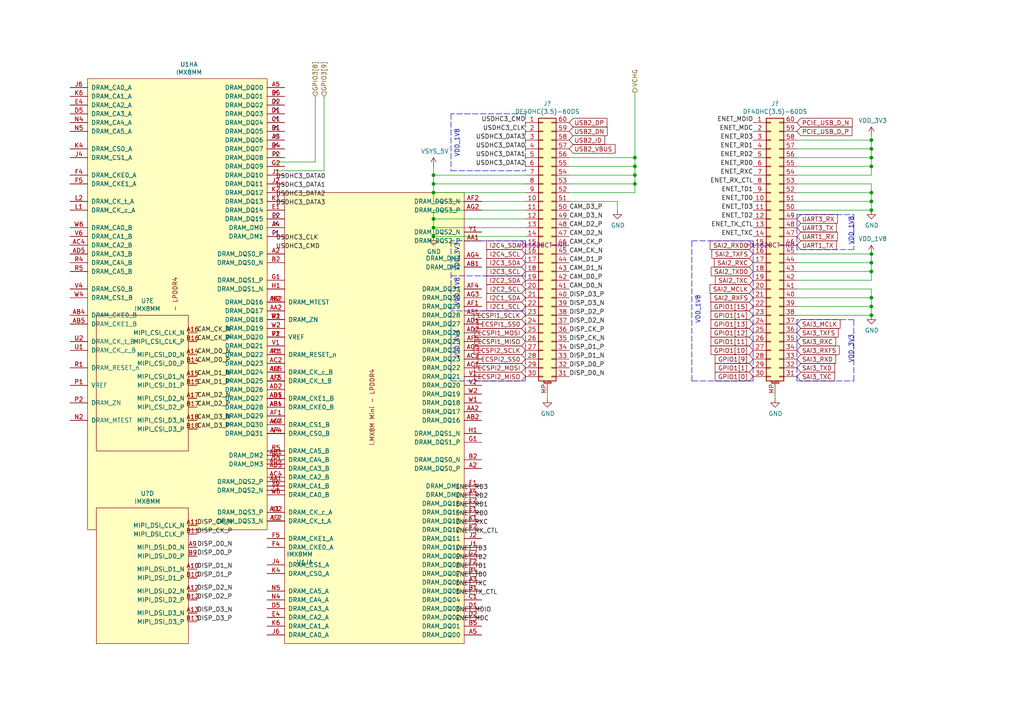
<source format=kicad_sch>
(kicad_sch (version 20231120) (generator "eeschema") (generator_version "8.0")
  (paper "A4")
  (title_block (title "kimχ micro") (date "2020-09-27") (rev "0.91") (company "GroupGets, LLC") (comment 2 "https://www.ohwr.org/project/cernohl/wikis/Documents/CERN-OHL-version-2") (comment 3 "Licensed CERN-OHL-S V.2") (comment 4 "Copyright © 2020 GroupGets, LLC"))
  (junction (at 252.73 76.2))
  (junction (at 184.15 50.8))
  (junction (at 125.73 63.5))
  (junction (at 125.73 55.88))
  (junction (at 252.73 60.96))
  (junction (at 252.73 58.42))
  (junction (at 252.73 86.36))
  (junction (at 184.15 53.34))
  (junction (at 125.73 66.04))
  (junction (at 184.15 48.26))
  (junction (at 252.73 88.9))
  (junction (at 184.15 45.72))
  (junction (at 252.73 73.66))
  (junction (at 252.73 45.72))
  (junction (at 125.73 50.8))
  (junction (at 252.73 91.44))
  (junction (at 252.73 55.88))
  (junction (at 252.73 78.74))
  (junction (at 252.73 43.18))
  (junction (at 252.73 48.26))
  (junction (at 252.73 40.64))
  (junction (at 125.73 68.58))
  (junction (at 125.73 53.34))
  (no_connect (at 80.01 39.37))
  (no_connect (at 80.01 67.31))
  (no_connect (at 80.01 41.91))
  (no_connect (at 80.01 44.45))
  (no_connect (at 80.01 64.77))
  (no_connect (at 80.01 34.29))
  (no_connect (at 80.01 26.67))
  (no_connect (at 80.01 62.23))
  (no_connect (at 80.01 31.75))
  (no_connect (at 80.01 36.83))
  (no_connect (at 80.01 29.21))
  (polyline (pts (xy 130.81 69.85) (xy 130.81 110.49)) (stroke (width 0) (type dash)))
  (wire (pts (xy 252.73 40.64) (xy 231.14 40.64)))
  (wire (pts (xy 184.15 50.8) (xy 184.15 48.26)))
  (wire (pts (xy 152.4 60.96) (xy 125.73 60.96)))
  (wire (pts (xy 165.1 55.88) (xy 184.15 55.88)))
  (wire (pts (xy 252.73 45.72) (xy 231.14 45.72)))
  (polyline (pts (xy 130.81 110.49) (xy 152.4 110.49)) (stroke (width 0) (type dash)))
  (wire (pts (xy 231.14 60.96) (xy 252.73 60.96)))
  (wire (pts (xy 125.73 66.04) (xy 125.73 68.58)))
  (wire (pts (xy 152.4 66.04) (xy 125.73 66.04)))
  (polyline (pts (xy 152.4 90.17) (xy 130.81 90.17)) (stroke (width 0) (type dash)))
  (wire (pts (xy 152.4 63.5) (xy 125.73 63.5)))
  (wire (pts (xy 184.15 48.26) (xy 184.15 45.72)))
  (polyline (pts (xy 231.14 62.23) (xy 247.65 62.23)) (stroke (width 0) (type dash)))
  (wire (pts (xy 252.73 39.37) (xy 252.73 40.64)))
  (wire (pts (xy 80.01 49.53) (xy 93.98 49.53)))
  (wire (pts (xy 91.44 27.94) (xy 91.44 46.99)))
  (wire (pts (xy 252.73 83.82) (xy 252.73 86.36)))
  (polyline (pts (xy 152.4 69.85) (xy 130.81 69.85)) (stroke (width 0) (type dash)))
  (wire (pts (xy 165.1 50.8) (xy 184.15 50.8)))
  (wire (pts (xy 252.73 58.42) (xy 252.73 55.88)))
  (polyline (pts (xy 247.65 110.49) (xy 247.65 92.71)) (stroke (width 0) (type dash)))
  (wire (pts (xy 252.73 78.74) (xy 252.73 81.28)))
  (polyline (pts (xy 231.14 92.71) (xy 231.14 110.49)) (stroke (width 0) (type dash)))
  (wire (pts (xy 252.73 91.44) (xy 252.73 88.9)))
  (wire (pts (xy 184.15 45.72) (xy 184.15 26.67)))
  (wire (pts (xy 231.14 76.2) (xy 252.73 76.2)))
  (wire (pts (xy 125.73 58.42) (xy 125.73 55.88)))
  (wire (pts (xy 231.14 83.82) (xy 252.73 83.82)))
  (polyline (pts (xy 130.81 80.01) (xy 152.4 80.01)) (stroke (width 0) (type dash)))
  (wire (pts (xy 91.44 46.99) (xy 80.01 46.99)))
  (polyline (pts (xy 247.65 72.39) (xy 231.14 72.39)) (stroke (width 0) (type dash)))
  (wire (pts (xy 125.73 48.26) (xy 125.73 50.8)))
  (wire (pts (xy 252.73 73.66) (xy 231.14 73.66)))
  (wire (pts (xy 252.73 48.26) (xy 252.73 45.72)))
  (wire (pts (xy 165.1 45.72) (xy 184.15 45.72)))
  (polyline (pts (xy 231.14 110.49) (xy 247.65 110.49)) (stroke (width 0) (type dash)))
  (wire (pts (xy 125.73 55.88) (xy 125.73 53.34)))
  (polyline (pts (xy 200.66 110.49) (xy 200.66 69.85)) (stroke (width 0) (type dash)))
  (wire (pts (xy 152.4 58.42) (xy 125.73 58.42)))
  (wire (pts (xy 252.73 73.66) (xy 252.73 76.2)))
  (polyline (pts (xy 130.81 33.02) (xy 130.81 49.53)) (stroke (width 0) (type dash)))
  (polyline (pts (xy 152.4 33.02) (xy 152.4 49.53)) (stroke (width 0) (type dash)))
  (wire (pts (xy 252.73 60.96) (xy 252.73 58.42)))
  (wire (pts (xy 125.73 50.8) (xy 152.4 50.8)))
  (wire (pts (xy 224.79 114.3) (xy 224.79 115.57)))
  (wire (pts (xy 125.73 60.96) (xy 125.73 63.5)))
  (polyline (pts (xy 152.4 69.85) (xy 152.4 110.49)) (stroke (width 0) (type dash)))
  (wire (pts (xy 252.73 50.8) (xy 252.73 48.26)))
  (wire (pts (xy 231.14 86.36) (xy 252.73 86.36)))
  (wire (pts (xy 152.4 55.88) (xy 125.73 55.88)))
  (wire (pts (xy 184.15 53.34) (xy 184.15 50.8)))
  (wire (pts (xy 231.14 53.34) (xy 252.73 53.34)))
  (wire (pts (xy 252.73 86.36) (xy 252.73 88.9)))
  (polyline (pts (xy 231.14 72.39) (xy 231.14 62.23)) (stroke (width 0) (type dash)))
  (wire (pts (xy 125.73 53.34) (xy 125.73 50.8)))
  (wire (pts (xy 231.14 48.26) (xy 252.73 48.26)))
  (wire (pts (xy 252.73 76.2) (xy 252.73 78.74)))
  (wire (pts (xy 125.73 63.5) (xy 125.73 66.04)))
  (wire (pts (xy 231.14 88.9) (xy 252.73 88.9)))
  (wire (pts (xy 165.1 48.26) (xy 184.15 48.26)))
  (wire (pts (xy 252.73 40.64) (xy 252.73 43.18)))
  (polyline (pts (xy 247.65 92.71) (xy 231.14 92.71)) (stroke (width 0) (type dash)))
  (wire (pts (xy 252.73 78.74) (xy 231.14 78.74)))
  (wire (pts (xy 231.14 91.44) (xy 252.73 91.44)))
  (wire (pts (xy 231.14 81.28) (xy 252.73 81.28)))
  (wire (pts (xy 252.73 55.88) (xy 231.14 55.88)))
  (wire (pts (xy 152.4 68.58) (xy 125.73 68.58)))
  (polyline (pts (xy 152.4 33.02) (xy 130.81 33.02)) (stroke (width 0) (type dash)))
  (wire (pts (xy 184.15 55.88) (xy 184.15 53.34)))
  (wire (pts (xy 179.07 58.42) (xy 165.1 58.42)))
  (wire (pts (xy 252.73 43.18) (xy 252.73 45.72)))
  (wire (pts (xy 231.14 58.42) (xy 252.73 58.42)))
  (wire (pts (xy 93.98 49.53) (xy 93.98 27.94)))
  (wire (pts (xy 165.1 53.34) (xy 184.15 53.34)))
  (wire (pts (xy 252.73 53.34) (xy 252.73 55.88)))
  (wire (pts (xy 179.07 60.96) (xy 179.07 58.42)))
  (wire (pts (xy 252.73 43.18) (xy 231.14 43.18)))
  (polyline (pts (xy 218.44 69.85) (xy 218.44 110.49)) (stroke (width 0) (type dash)))
  (wire (pts (xy 152.4 53.34) (xy 125.73 53.34)))
  (wire (pts (xy 231.14 50.8) (xy 252.73 50.8)))
  (polyline (pts (xy 130.81 49.53) (xy 152.4 49.53)) (stroke (width 0) (type dash)))
  (polyline (pts (xy 218.44 110.49) (xy 200.66 110.49)) (stroke (width 0) (type dash)))
  (polyline (pts (xy 247.65 62.23) (xy 247.65 72.39)) (stroke (width 0) (type dash)))
  (wire (pts (xy 158.75 114.3) (xy 158.75 115.57)))
  (polyline (pts (xy 200.66 69.85) (xy 218.44 69.85)) (stroke (width 0) (type dash)))
  (text "VDD_3V3" (at 247.65 105.41 90) (effects (font (size 1.27 1.27)) (justify left bottom)))
  (text "VDD_1V8" (at 133.35 45.72 90) (effects (font (size 1.27 1.27)) (justify left bottom)))
  (text "VDD_3V3" (at 133.35 104.14 90) (effects (font (size 1.27 1.27)) (justify left bottom)))
  (text "VDD_3V3" (at 133.35 78.74 90) (effects (font (size 1.27 1.27)) (justify left bottom)))
  (text "VDD_1V8" (at 203.2 93.98 90) (effects (font (size 1.27 1.27)) (justify left bottom)))
  (text "VDD_1V8" (at 247.65 71.12 90) (effects (font (size 1.27 1.27)) (justify left bottom)))
  (text "VDD_1V8" (at 133.35 88.9 90) (effects (font (size 1.27 1.27)) (justify left bottom)))
  (label "ENET_MDC" (at 218.44 38.1 180))
  (label "USDHC3_CMD" (at 152.4 35.56 180))
  (label "ENET_TX_CTL" (at 132.08 172.72 0))
  (label "USDHC3_DATA2" (at 152.4 48.26 180))
  (label "CAM_D1_P" (at 57.15 111.76 0))
  (label "CAM_CK_N" (at 57.15 96.52 0))
  (label "CAM_D2_P" (at 165.1 66.04 0))
  (label "DISP_D0_N" (at 165.1 109.22 0))
  (label "DISP_D1_N" (at 165.1 104.14 0))
  (label "DISP_D3_N" (at 165.1 88.9 0))
  (label "USDHC3_CLK" (at 80.01 69.85 0))
  (label "ENET_RD1" (at 218.44 43.18 180))
  (label "ENET_RD2" (at 218.44 45.72 180))
  (label "DISP_D2_N" (at 57.15 171.45 0))
  (label "DISP_D1_P" (at 165.1 101.6 0))
  (label "DISP_D0_P" (at 57.15 161.29 0))
  (label "ENET_TD2" (at 218.44 63.5 180))
  (label "CAM_D0_N" (at 57.15 102.87 0))
  (label "CAM_CK_N" (at 165.1 73.66 0))
  (label "DISP_CK_P" (at 57.15 154.94 0))
  (label "ENET_RD1" (at 132.08 147.32 0))
  (label "USDHC3_DATA1" (at 152.4 45.72 180))
  (label "USDHC3_DATA2" (at 80.01 57.15 0))
  (label "ENET_TD0" (at 132.08 167.64 0))
  (label "CAM_D3_N" (at 57.15 121.92 0))
  (label "DISP_D2_P" (at 165.1 91.44 0))
  (label "CAM_D0_P" (at 57.15 105.41 0))
  (label "ENET_RXC" (at 218.44 50.8 180))
  (label "ENET_RD2" (at 132.08 144.78 0))
  (label "CAM_D3_P" (at 57.15 124.46 0))
  (label "DISP_D3_P" (at 165.1 86.36 0))
  (label "USDHC3_DATA1" (at 80.01 54.61 0))
  (label "USDHC3_DATA3" (at 152.4 40.64 180))
  (label "ENET_RD3" (at 132.08 142.24 0))
  (label "ENET_TXC" (at 218.44 68.58 180))
  (label "CAM_D0_P" (at 165.1 81.28 0))
  (label "ENET_MDIO" (at 132.08 177.8 0))
  (label "DISP_D3_N" (at 57.15 177.8 0))
  (label "ENET_RX_CTL" (at 132.08 154.94 0))
  (label "USDHC3_CLK" (at 152.4 38.1 180))
  (label "ENET_RXC" (at 132.08 152.4 0))
  (label "ENET_TD0" (at 218.44 58.42 180))
  (label "CAM_D0_N" (at 165.1 83.82 0))
  (label "DISP_D3_P" (at 57.15 180.34 0))
  (label "CAM_D3_N" (at 165.1 63.5 0))
  (label "DISP_D2_N" (at 165.1 93.98 0))
  (label "USDHC3_DATA0" (at 152.4 43.18 180))
  (label "ENET_RD0" (at 218.44 48.26 180))
  (label "CAM_D2_N" (at 57.15 115.57 0))
  (label "DISP_D0_N" (at 57.15 158.75 0))
  (label "ENET_MDIO" (at 218.44 35.56 180))
  (label "CAM_CK_P" (at 57.15 99.06 0))
  (label "USDHC3_CMD" (at 80.01 72.39 0))
  (label "USDHC3_DATA3" (at 80.01 59.69 0))
  (label "DISP_D0_P" (at 165.1 106.68 0))
  (label "ENET_TXC" (at 132.08 170.18 0))
  (label "ENET_TD2" (at 132.08 162.56 0))
  (label "CAM_D1_N" (at 57.15 109.22 0))
  (label "ENET_TX_CTL" (at 218.44 66.04 180))
  (label "DISP_CK_P" (at 165.1 96.52 0))
  (label "ENET_RD3" (at 218.44 40.64 180))
  (label "CAM_CK_P" (at 165.1 71.12 0))
  (label "CAM_D1_P" (at 165.1 76.2 0))
  (label "CAM_D2_N" (at 165.1 68.58 0))
  (label "ENET_TD3" (at 132.08 160.02 0))
  (label "ENET_TD1" (at 218.44 55.88 180))
  (label "ENET_MDC" (at 132.08 180.34 0))
  (label "DISP_D1_P" (at 57.15 167.64 0))
  (label "DISP_D2_P" (at 57.15 173.99 0))
  (label "ENET_RD0" (at 132.08 149.86 0))
  (label "DISP_CK_N" (at 57.15 152.4 0))
  (label "CAM_D1_N" (at 165.1 78.74 0))
  (label "CAM_D3_P" (at 165.1 60.96 0))
  (label "DISP_D1_N" (at 57.15 165.1 0))
  (label "USDHC3_DATA0" (at 80.01 52.07 0))
  (label "DISP_CK_N" (at 165.1 99.06 0))
  (label "ENET_TD1" (at 132.08 165.1 0))
  (label "ENET_RX_CTL" (at 218.44 53.34 180))
  (label "ENET_TD3" (at 218.44 60.96 180))
  (label "CAM_D2_P" (at 57.15 118.11 0))
  (global_label "GPIO1[13]" (shape input) (at 218.44 93.98 180) (property "Intersheetrefs" "${INTERSHEET_REFS}" (effects (hide yes))))
  (global_label "I2C2_SCL" (shape input) (at 152.4 83.82 180) (property "Intersheetrefs" "${INTERSHEET_REFS}" (effects (hide yes))))
  (global_label "USB2_VBUS" (shape input) (at 165.1 43.18 0) (property "Intersheetrefs" "${INTERSHEET_REFS}" (effects (hide yes))))
  (global_label "SAI3_RXFS" (shape input) (at 231.14 101.6 0) (property "Intersheetrefs" "${INTERSHEET_REFS}" (effects (hide yes))))
  (global_label "I2C3_SCL" (shape input) (at 152.4 78.74 180) (property "Intersheetrefs" "${INTERSHEET_REFS}" (effects (hide yes))))
  (global_label "ECSPI1_MISO" (shape input) (at 152.4 99.06 180) (property "Intersheetrefs" "${INTERSHEET_REFS}" (effects (hide yes))))
  (global_label "I2C4_SCL" (shape input) (at 152.4 73.66 180) (property "Intersheetrefs" "${INTERSHEET_REFS}" (effects (hide yes))))
  (global_label "ECSPI1_SCLK" (shape input) (at 152.4 91.44 180) (property "Intersheetrefs" "${INTERSHEET_REFS}" (effects (hide yes))))
  (global_label "GPIO1[11]" (shape input) (at 218.44 99.06 180) (property "Intersheetrefs" "${INTERSHEET_REFS}" (effects (hide yes))))
  (global_label "SAI3_MCLK" (shape input) (at 231.14 93.98 0) (property "Intersheetrefs" "${INTERSHEET_REFS}" (effects (hide yes))))
  (global_label "ECSPI2_SS0" (shape input) (at 152.4 104.14 180) (property "Intersheetrefs" "${INTERSHEET_REFS}" (effects (hide yes))))
  (global_label "GPIO1[15]" (shape input) (at 218.44 88.9 180) (property "Intersheetrefs" "${INTERSHEET_REFS}" (effects (hide yes))))
  (global_label "PCIE_USB_D_P" (shape input) (at 231.14 38.1 0) (property "Intersheetrefs" "${INTERSHEET_REFS}" (effects (hide yes))))
  (global_label "SAI2_RXD0" (shape input) (at 218.44 71.12 180) (property "Intersheetrefs" "${INTERSHEET_REFS}" (effects (hide yes))))
  (global_label "SAI3_TXFS" (shape input) (at 231.14 96.52 0) (property "Intersheetrefs" "${INTERSHEET_REFS}" (effects (hide yes))))
  (global_label "I2C4_SDA" (shape input) (at 152.4 71.12 180) (property "Intersheetrefs" "${INTERSHEET_REFS}" (effects (hide yes))))
  (global_label "UART3_TX" (shape input) (at 231.14 66.04 0) (property "Intersheetrefs" "${INTERSHEET_REFS}" (effects (hide yes))))
  (global_label "SAI3_TXD" (shape input) (at 231.14 106.68 0) (property "Intersheetrefs" "${INTERSHEET_REFS}" (effects (hide yes))))
  (global_label "ECSPI1_SS0" (shape input) (at 152.4 93.98 180) (property "Intersheetrefs" "${INTERSHEET_REFS}" (effects (hide yes))))
  (global_label "ECSPI2_MOSI" (shape input) (at 152.4 106.68 180) (property "Intersheetrefs" "${INTERSHEET_REFS}" (effects (hide yes))))
  (global_label "ECSPI2_MISO" (shape input) (at 152.4 109.22 180) (property "Intersheetrefs" "${INTERSHEET_REFS}" (effects (hide yes))))
  (global_label "I2C1_SDA" (shape input) (at 152.4 86.36 180) (property "Intersheetrefs" "${INTERSHEET_REFS}" (effects (hide yes))))
  (global_label "GPIO1[0]" (shape input) (at 218.44 109.22 180) (property "Intersheetrefs" "${INTERSHEET_REFS}" (effects (hide yes))))
  (global_label "SAI2_RXFS" (shape input) (at 218.44 86.36 180) (property "Intersheetrefs" "${INTERSHEET_REFS}" (effects (hide yes))))
  (global_label "SAI2_TXC" (shape input) (at 218.44 81.28 180) (property "Intersheetrefs" "${INTERSHEET_REFS}" (effects (hide yes))))
  (global_label "PCIE_USB_D_N" (shape input) (at 231.14 35.56 0) (property "Intersheetrefs" "${INTERSHEET_REFS}" (effects (hide yes))))
  (global_label "SAI3_RXD" (shape input) (at 231.14 104.14 0) (property "Intersheetrefs" "${INTERSHEET_REFS}" (effects (hide yes))))
  (global_label "USB2_ID" (shape input) (at 165.1 40.64 0) (property "Intersheetrefs" "${INTERSHEET_REFS}" (effects (hide yes))))
  (global_label "USB2_DN" (shape input) (at 165.1 38.1 0) (property "Intersheetrefs" "${INTERSHEET_REFS}" (effects (hide yes))))
  (global_label "UART1_RX" (shape input) (at 231.14 68.58 0) (property "Intersheetrefs" "${INTERSHEET_REFS}" (effects (hide yes))))
  (global_label "UART1_TX" (shape input) (at 231.14 71.12 0) (property "Intersheetrefs" "${INTERSHEET_REFS}" (effects (hide yes))))
  (global_label "GPIO1[9]" (shape input) (at 218.44 104.14 180) (property "Intersheetrefs" "${INTERSHEET_REFS}" (effects (hide yes))))
  (global_label "ECSPI1_MOSI" (shape input) (at 152.4 96.52 180) (property "Intersheetrefs" "${INTERSHEET_REFS}" (effects (hide yes))))
  (global_label "GPIO1[1]" (shape input) (at 218.44 106.68 180) (property "Intersheetrefs" "${INTERSHEET_REFS}" (effects (hide yes))))
  (global_label "SAI2_MCLK" (shape input) (at 218.44 83.82 180) (property "Intersheetrefs" "${INTERSHEET_REFS}" (effects (hide yes))))
  (global_label "SAI3_RXC" (shape input) (at 231.14 99.06 0) (property "Intersheetrefs" "${INTERSHEET_REFS}" (effects (hide yes))))
  (global_label "SAI3_TXC" (shape input) (at 231.14 109.22 0) (property "Intersheetrefs" "${INTERSHEET_REFS}" (effects (hide yes))))
  (global_label "GPIO1[14]" (shape input) (at 218.44 91.44 180) (property "Intersheetrefs" "${INTERSHEET_REFS}" (effects (hide yes))))
  (global_label "I2C1_SCL" (shape input) (at 152.4 88.9 180) (property "Intersheetrefs" "${INTERSHEET_REFS}" (effects (hide yes))))
  (global_label "ECSPI2_SCLK" (shape input) (at 152.4 101.6 180) (property "Intersheetrefs" "${INTERSHEET_REFS}" (effects (hide yes))))
  (global_label "GPIO1[12]" (shape input) (at 218.44 96.52 180) (property "Intersheetrefs" "${INTERSHEET_REFS}" (effects (hide yes))))
  (global_label "USB2_DP" (shape input) (at 165.1 35.56 0) (property "Intersheetrefs" "${INTERSHEET_REFS}" (effects (hide yes))))
  (global_label "GPIO1[10]" (shape input) (at 218.44 101.6 180) (property "Intersheetrefs" "${INTERSHEET_REFS}" (effects (hide yes))))
  (global_label "SAI2_TXFS" (shape input) (at 218.44 73.66 180) (property "Intersheetrefs" "${INTERSHEET_REFS}" (effects (hide yes))))
  (global_label "I2C2_SDA" (shape input) (at 152.4 81.28 180) (property "Intersheetrefs" "${INTERSHEET_REFS}" (effects (hide yes))))
  (global_label "SAI2_TXD0" (shape input) (at 218.44 78.74 180) (property "Intersheetrefs" "${INTERSHEET_REFS}" (effects (hide yes))))
  (global_label "I2C3_SDA" (shape input) (at 152.4 76.2 180) (property "Intersheetrefs" "${INTERSHEET_REFS}" (effects (hide yes))))
  (global_label "SAI2_RXC" (shape input) (at 218.44 76.2 180) (property "Intersheetrefs" "${INTERSHEET_REFS}" (effects (hide yes))))
  (global_label "UART3_RX" (shape input) (at 231.14 63.5 0) (property "Intersheetrefs" "${INTERSHEET_REFS}" (effects (hide yes))))
  (hierarchical_label "VCHG" (shape output) (at 184.15 26.67 90))
  (hierarchical_label "GPIO3[8]" (shape input) (at 91.44 27.94 90))
  (hierarchical_label "GPIO3[9]" (shape input) (at 93.98 27.94 90))
  (symbol (lib_id "Connector_Generic_MountingPin:Conn_02x30_Counter_Clockwise_MountingPin") (at 157.48 71.12 0) (unit 1)
    (property "Reference" "J11" (at 158.75 30.0482 0))
    (property "Value" "DF40HC(3.5)-60DS" (at 158.75 32.3596 0))
    (property "Footprint" "mxenc:DF40C-60DP" (effects (hide yes)))
    (property "Vendorpart" "H11628CT-ND" (at 157.48 71.12 0))
    (property "Mfgr" "Hirose" (effects (hide yes)))
    (property "Mfgrpart" "DF40C-60DP-0.4V(51)" (effects (hide yes)))
    (instances (project "" (path "" (reference "J?") (unit 1)) (path "" (reference "J11") (unit 1))))
  )
  (symbol (lib_id "Connector_Generic_MountingPin:Conn_02x30_Counter_Clockwise_MountingPin") (at 223.52 71.12 0) (unit 1)
    (property "Reference" "J12" (at 224.79 30.0482 0))
    (property "Value" "DF40HC(3.5)-60DS" (at 224.79 32.3596 0))
    (property "Footprint" "mxenc:DF40C-60DP" (effects (hide yes)))
    (property "Vendorpart" "H11628CT-ND" (at 223.52 71.12 0))
    (property "Mfgr" "Hirose" (effects (hide yes)))
    (property "Mfgrpart" "DF40C-60DP-0.4V(51)" (effects (hide yes)))
    (instances (project "" (path "" (reference "J?") (unit 1)) (path "" (reference "J12") (unit 1))))
  )
  (symbol (lib_id "mxenc:MIMX8MM6DVTLZAA") (at 41.91 160.02 0) (unit 5)
    (property "Reference" "U1" (at 42.7482 87.249 0))
    (property "Value" "IMX8MM" (at 42.7482 89.5604 0))
    (property "Footprint" "mxenc:BGA-729_27x27_14.0x14.0mm" (effects (hide yes)))
    (property "Mfgr" "NXP" (effects (hide yes)))
    (property "Vendorpart" "568-15276-ND" (effects (hide yes)))
    (property "Mfgrpart" "MIMX8MM6CVTKZAA" (effects (hide yes)))
    (instances (project "" (path "" (reference "U?") (unit 5)) (path "" (reference "U1") (unit 5))))
  )
  (symbol (lib_id "mxenc:MIMX8MM6DVTLZAA") (at 41.91 215.9 0) (unit 4)
    (property "Reference" "U1" (at 42.7482 143.129 0))
    (property "Value" "IMX8MM" (at 42.7482 145.4404 0))
    (property "Footprint" "mxenc:BGA-729_27x27_14.0x14.0mm" (effects (hide yes)))
    (property "Mfgr" "NXP" (effects (hide yes)))
    (property "Vendorpart" "568-15276-ND" (effects (hide yes)))
    (property "Mfgrpart" "MIMX8MM6CVTKZAA" (effects (hide yes)))
    (instances (project "" (path "" (reference "U?") (unit 4)) (path "" (reference "U1") (unit 4))))
  )
  (symbol (lib_id "power:GND") (at 158.75 115.57 0) (unit 1)
    (property "Reference" "#PWR0192" (effects (hide yes)))
    (property "Value" "GND" (at 158.877 119.9642 0))
  )
  (symbol (lib_id "power:GND") (at 224.79 115.57 0) (unit 1)
    (property "Reference" "#PWR0193" (effects (hide yes)))
    (property "Value" "GND" (at 224.917 119.9642 0))
  )
  (symbol (lib_id "mxenc:MIMX8MM6DVTLZAA") (at 52.07 91.44 0) (unit 1)
    (property "Reference" "U1H" (at 54.8132 18.669 0))
    (property "Value" "IMX8MM" (at 54.8132 20.9804 0))
    (property "Footprint" "mxenc:BGA-729_27x27_14.0x14.0mm" (effects (hide yes)))
    (property "Mfgr" "NXP" (effects (hide yes)))
    (property "Vendorpart" "568-15276-ND" (effects (hide yes)))
    (property "Mfgrpart" "MIMX8MM6CVTKZAA" (effects (hide yes)))
  )
  (symbol (lib_id "mxenc:VSYS_5V") (at 125.73 48.26 0) (unit 1)
    (property "Reference" "#PWR0186" (effects (hide yes)))
    (property "Value" "VSYS_5V" (at 126.111 43.8658 0))
  )
  (symbol (lib_id "mxenc:MIMX8MM6DVTLZAA") (at 109.22 118.11 0) (mirror x) (unit 1)
    (property "Reference" "U1J" (at 90.7288 163.0934 0) (effects (justify right)))
    (property "Value" "IMX8MM" (at 90.7288 160.782 0) (effects (justify right)))
    (property "Footprint" "mxenc:BGA-729_27x27_14.0x14.0mm" (effects (hide yes)))
    (property "Mfgr" "NXP" (effects (hide yes)))
    (property "Vendorpart" "568-15276-ND" (effects (hide yes)))
    (property "Mfgrpart" "MIMX8MM6CVTKZAA" (effects (hide yes)))
  )
  (symbol (lib_id "power:GND") (at 252.73 91.44 0) (unit 1)
    (property "Reference" "#PWR0191" (effects (hide yes)))
    (property "Value" "GND" (at 252.857 95.8342 0))
  )
  (symbol (lib_id "mxenc:VDD_3V3") (at 252.73 39.37 0) (unit 1)
    (property "Reference" "#PWR0185" (effects (hide yes)))
    (property "Value" "VDD_3V3" (at 253.111 34.9758 0))
  )
  (symbol (lib_id "power:GND") (at 252.73 60.96 0) (unit 1)
    (property "Reference" "#PWR0188" (effects (hide yes)))
    (property "Value" "GND" (at 252.857 65.3542 0))
  )
  (symbol (lib_id "power:GND") (at 179.07 60.96 0) (unit 1)
    (property "Reference" "#PWR0187" (effects (hide yes)))
    (property "Value" "GND" (at 179.197 65.3542 0))
  )
  (symbol (lib_id "power:GND") (at 125.73 68.58 0) (unit 1)
    (property "Reference" "#PWR0189" (effects (hide yes)))
    (property "Value" "GND" (at 125.857 72.9742 0))
  )
  (symbol (lib_id "mxenc:VDD_1V8") (at 252.73 73.66 0) (unit 1)
    (property "Reference" "#PWR0190" (effects (hide yes)))
    (property "Value" "VDD_1V8" (at 253.111 69.2658 0))
  )
)
</source>
